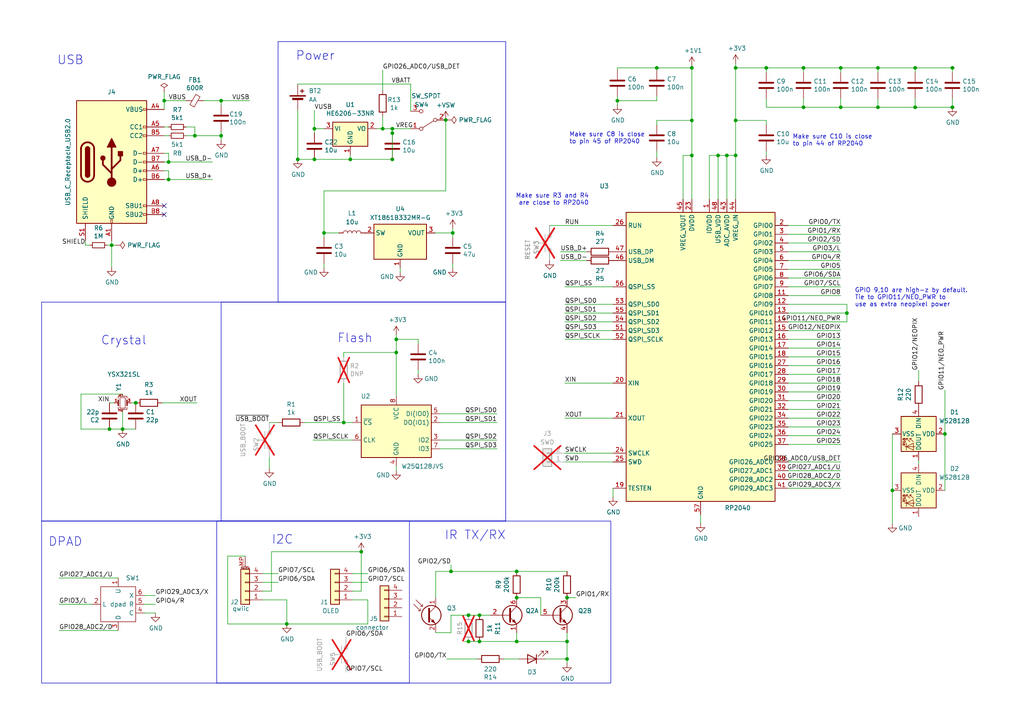
<source format=kicad_sch>
(kicad_sch (version 20231120) (generator "eeschema") (generator_version "8.0")
  (paper "A4")
  (title_block (title "OpenTaxus Badge") (date "2024-06-12") (rev "1.0") (comment 1 "Joe FitzPatrick") (comment 2 "joefitz@securinghw.com"))
  (junction (at 139.065 178.435))
  (junction (at 91.186 46.228))
  (junction (at 265.43 19.685))
  (junction (at 233.045 31.115))
  (junction (at 113.792 46.228))
  (junction (at 222.25 19.685))
  (junction (at 31.75 124.46))
  (junction (at 35.56 124.46))
  (junction (at 149.86 173.355))
  (junction (at 254.635 19.685))
  (junction (at 258.826 142.24))
  (junction (at 265.43 31.115))
  (junction (at 114.935 102.235))
  (junction (at 48.895 52.07))
  (junction (at 99.695 122.555))
  (junction (at 113.792 37.338))
  (junction (at 47.625 29.21))
  (junction (at 32.385 71.12))
  (junction (at 274.066 125.857))
  (junction (at 254.635 31.115))
  (junction (at 164.465 173.355))
  (junction (at 114.935 98.425))
  (junction (at 245.6395 90.805))
  (junction (at 93.98 67.564))
  (junction (at 190.5 19.685))
  (junction (at 64.135 39.37))
  (junction (at 130.81 165.735))
  (junction (at 276.225 19.685))
  (junction (at 200.66 19.685))
  (junction (at 149.86 165.735))
  (junction (at 131.318 67.564))
  (junction (at 213.36 45.085))
  (junction (at 243.84 31.115))
  (junction (at 83.185 180.975))
  (junction (at 233.045 19.685))
  (junction (at 39.37 116.84))
  (junction (at 213.36 34.925))
  (junction (at 208.28 45.085))
  (junction (at 104.775 160.02))
  (junction (at 213.36 19.685))
  (junction (at 179.07 29.21))
  (junction (at 56.515 39.37))
  (junction (at 164.465 186.055))
  (junction (at 91.186 37.338))
  (junction (at 86.36 46.228))
  (junction (at 101.6 46.228))
  (junction (at 129.286 34.798))
  (junction (at 200.66 45.085))
  (junction (at 200.66 34.925))
  (junction (at 135.89 178.435))
  (junction (at 139.065 186.055))
  (junction (at 276.225 31.115))
  (junction (at 48.895 46.99))
  (junction (at 164.465 191.135))
  (junction (at 149.86 186.055))
  (junction (at 113.792 38.608))
  (junction (at 64.135 29.21))
  (junction (at 243.84 19.685))
  (junction (at 210.82 45.085))
  (junction (at 110.998 37.338))
  (junction (at 135.89 186.055))
  (no_connect (at 47.625 62.23))
  (no_connect (at 47.625 59.69))
  (wire (pts (xy 233.045 28.575) (xy 233.045 31.115)))
  (wire (pts (xy 177.8 83.185) (xy 163.83 83.185)))
  (wire (pts (xy 26.035 71.12) (xy 24.765 71.12)))
  (wire (pts (xy 258.826 125.857) (xy 258.826 142.24)))
  (wire (pts (xy 32.385 71.12) (xy 32.385 77.47)))
  (wire (pts (xy 228.6 116.205) (xy 243.84 116.205)))
  (wire (pts (xy 61.595 52.07) (xy 48.895 52.07)))
  (wire (pts (xy 102.235 168.91) (xy 106.68 168.91)))
  (wire (pts (xy 48.895 44.45) (xy 48.895 46.99)))
  (wire (pts (xy 66.04 180.975) (xy 83.185 180.975)))
  (wire (pts (xy 127.635 122.555) (xy 144.145 122.555)))
  (wire (pts (xy 190.5 19.685) (xy 190.5 20.32)))
  (wire (pts (xy 265.43 19.685) (xy 276.225 19.685)))
  (wire (pts (xy 222.25 20.955) (xy 222.25 19.685)))
  (wire (pts (xy 190.5 34.925) (xy 190.5 36.195)))
  (wire (pts (xy 228.6 67.945) (xy 243.84 67.945)))
  (wire (pts (xy 228.6 136.525) (xy 243.84 136.525)))
  (wire (pts (xy 109.22 37.338) (xy 110.998 37.338)))
  (wire (pts (xy 47.625 26.67) (xy 47.625 29.21)))
  (wire (pts (xy 104.775 160.02) (xy 104.775 171.45)))
  (wire (pts (xy 126.365 165.735) (xy 126.365 173.355)))
  (wire (pts (xy 163.83 93.345) (xy 177.8 93.345)))
  (wire (pts (xy 64.135 40.64) (xy 64.135 39.37)))
  (wire (pts (xy 177.8 121.285) (xy 163.83 121.285)))
  (wire (pts (xy 91.186 37.338) (xy 93.98 37.338)))
  (wire (pts (xy 228.6 139.065) (xy 243.84 139.065)))
  (wire (pts (xy 86.36 32.004) (xy 86.36 46.228)))
  (wire (pts (xy 233.045 19.685) (xy 243.84 19.685)))
  (wire (pts (xy 276.225 31.115) (xy 276.86 31.115)))
  (wire (pts (xy 93.98 67.564) (xy 93.98 55.372)))
  (wire (pts (xy 93.98 76.454) (xy 93.98 77.724)))
  (wire (pts (xy 213.36 34.925) (xy 222.25 34.925)))
  (wire (pts (xy 110.998 37.338) (xy 113.792 37.338)))
  (wire (pts (xy 135.89 186.055) (xy 139.065 186.055)))
  (wire (pts (xy 228.6 80.645) (xy 243.84 80.645)))
  (wire (pts (xy 179.07 27.94) (xy 179.07 29.21)))
  (wire (pts (xy 205.74 45.085) (xy 208.28 45.085)))
  (wire (pts (xy 106.68 180.975) (xy 83.185 180.975)))
  (wire (pts (xy 228.6 100.965) (xy 243.84 100.965)))
  (wire (pts (xy 210.82 57.785) (xy 210.82 45.085)))
  (wire (pts (xy 47.625 39.37) (xy 48.895 39.37)))
  (wire (pts (xy 228.6 128.905) (xy 243.84 128.905)))
  (wire (pts (xy 86.106 46.228) (xy 86.36 46.228)))
  (wire (pts (xy 228.6 70.485) (xy 243.84 70.485)))
  (wire (pts (xy 228.6 90.805) (xy 245.6395 90.805)))
  (wire (pts (xy 114.935 135.255) (xy 114.935 136.525)))
  (wire (pts (xy 91.186 46.228) (xy 101.6 46.228)))
  (wire (pts (xy 32.385 71.12) (xy 33.655 71.12)))
  (wire (pts (xy 228.6 95.885) (xy 243.84 95.885)))
  (wire (pts (xy 203.2 149.225) (xy 203.2 151.765)))
  (wire (pts (xy 35.56 119.38) (xy 35.56 124.46)))
  (wire (pts (xy 101.6 46.228) (xy 113.792 46.228)))
  (wire (pts (xy 179.07 19.685) (xy 190.5 19.685)))
  (wire (pts (xy 228.6 113.665) (xy 243.84 113.665)))
  (wire (pts (xy 179.07 29.21) (xy 179.07 30.48)))
  (wire (pts (xy 254.635 19.685) (xy 265.43 19.685)))
  (wire (pts (xy 129.286 34.798) (xy 129.794 34.798)))
  (wire (pts (xy 265.43 20.955) (xy 265.43 19.685)))
  (wire (pts (xy 258.826 142.24) (xy 258.826 151.892)))
  (wire (pts (xy 276.225 20.955) (xy 276.225 19.685)))
  (wire (pts (xy 76.2 171.45) (xy 78.74 171.45)))
  (wire (pts (xy 48.895 49.53) (xy 48.895 52.07)))
  (wire (pts (xy 149.86 165.735) (xy 164.465 165.735)))
  (wire (pts (xy 213.36 45.085) (xy 213.36 57.785)))
  (wire (pts (xy 47.625 49.53) (xy 48.895 49.53)))
  (wire (pts (xy 213.36 19.685) (xy 213.36 34.925)))
  (wire (pts (xy 126.238 67.564) (xy 131.318 67.564)))
  (wire (pts (xy 110.998 20.32) (xy 110.998 26.162)))
  (wire (pts (xy 127.635 130.175) (xy 144.145 130.175)))
  (wire (pts (xy 38.1 116.84) (xy 39.37 116.84)))
  (wire (pts (xy 164.465 183.515) (xy 164.465 186.055)))
  (wire (pts (xy 163.83 88.265) (xy 177.8 88.265)))
  (wire (pts (xy 198.12 45.085) (xy 198.12 57.785)))
  (wire (pts (xy 110.998 33.782) (xy 110.998 37.338)))
  (wire (pts (xy 146.05 191.135) (xy 150.495 191.135)))
  (wire (pts (xy 265.43 28.575) (xy 265.43 31.115)))
  (wire (pts (xy 78.105 132.715) (xy 78.105 135.89)))
  (wire (pts (xy 23.495 114.3) (xy 23.495 124.46)))
  (wire (pts (xy 53.975 39.37) (xy 56.515 39.37)))
  (wire (pts (xy 139.065 178.435) (xy 142.24 178.435)))
  (wire (pts (xy 198.12 45.085) (xy 200.66 45.085)))
  (wire (pts (xy 35.56 124.46) (xy 39.37 124.46)))
  (wire (pts (xy 31.75 116.84) (xy 33.02 116.84)))
  (wire (pts (xy 91.186 32.004) (xy 91.186 37.338)))
  (wire (pts (xy 113.792 38.608) (xy 113.792 45.212)))
  (wire (pts (xy 228.6 83.185) (xy 243.84 83.185)))
  (wire (pts (xy 76.2 168.91) (xy 80.645 168.91)))
  (wire (pts (xy 64.135 29.21) (xy 64.135 30.48)))
  (wire (pts (xy 64.135 29.21) (xy 72.39 29.21)))
  (wire (pts (xy 149.86 186.055) (xy 149.86 183.515)))
  (wire (pts (xy 48.895 46.99) (xy 61.595 46.99)))
  (wire (pts (xy 131.318 66.294) (xy 131.318 67.564)))
  (wire (pts (xy 17.145 167.64) (xy 34.29 167.64)))
  (wire (pts (xy 243.84 20.955) (xy 243.84 19.685)))
  (wire (pts (xy 177.8 141.605) (xy 177.8 144.145)))
  (wire (pts (xy 113.792 38.608) (xy 113.792 37.338)))
  (wire (pts (xy 177.8 131.445) (xy 163.83 131.445)))
  (wire (pts (xy 190.5 34.925) (xy 200.66 34.925)))
  (wire (pts (xy 245.6395 88.265) (xy 245.6395 90.805)))
  (wire (pts (xy 78.74 160.02) (xy 78.74 171.45)))
  (wire (pts (xy 41.91 177.8) (xy 45.085 177.8)))
  (wire (pts (xy 121.285 107.315) (xy 121.285 108.585)))
  (wire (pts (xy 127.635 127.635) (xy 144.145 127.635)))
  (wire (pts (xy 104.775 160.02) (xy 78.74 160.02)))
  (wire (pts (xy 53.975 29.21) (xy 47.625 29.21)))
  (wire (pts (xy 91.186 37.338) (xy 91.186 38.608)))
  (wire (pts (xy 213.36 34.925) (xy 213.36 45.085)))
  (wire (pts (xy 32.385 69.85) (xy 32.385 71.12)))
  (wire (pts (xy 17.145 175.26) (xy 26.67 175.26)))
  (wire (pts (xy 228.6 98.425) (xy 243.84 98.425)))
  (wire (pts (xy 243.84 31.115) (xy 254.635 31.115)))
  (wire (pts (xy 243.84 28.575) (xy 243.84 31.115)))
  (wire (pts (xy 200.66 34.925) (xy 200.66 45.085)))
  (wire (pts (xy 190.5 43.815) (xy 190.5 45.72)))
  (wire (pts (xy 129.286 55.372) (xy 129.286 34.798)))
  (wire (pts (xy 131.318 67.564) (xy 131.318 68.834)))
  (wire (pts (xy 139.065 186.055) (xy 149.86 186.055)))
  (wire (pts (xy 228.6 108.585) (xy 243.84 108.585)))
  (wire (pts (xy 48.895 46.99) (xy 47.625 46.99)))
  (wire (pts (xy 228.6 65.405) (xy 243.84 65.405)))
  (wire (pts (xy 228.6 141.605) (xy 243.84 141.605)))
  (wire (pts (xy 127.635 120.015) (xy 144.145 120.015)))
  (wire (pts (xy 83.185 173.99) (xy 83.185 180.975)))
  (wire (pts (xy 101.6 44.958) (xy 101.6 46.228)))
  (wire (pts (xy 130.81 183.515) (xy 130.81 178.435)))
  (wire (pts (xy 102.235 166.37) (xy 106.68 166.37)))
  (wire (pts (xy 130.81 165.735) (xy 149.86 165.735)))
  (wire (pts (xy 126.365 183.515) (xy 130.81 183.515)))
  (wire (pts (xy 35.56 114.3) (xy 23.495 114.3)))
  (wire (pts (xy 149.86 173.355) (xy 156.845 173.355)))
  (wire (pts (xy 163.83 95.885) (xy 177.8 95.885)))
  (wire (pts (xy 56.515 39.37) (xy 64.135 39.37)))
  (wire (pts (xy 102.235 171.45) (xy 104.775 171.45)))
  (wire (pts (xy 200.66 45.085) (xy 200.66 57.785)))
  (wire (pts (xy 210.82 45.085) (xy 213.36 45.085)))
  (wire (pts (xy 31.75 124.46) (xy 35.56 124.46)))
  (wire (pts (xy 205.74 57.785) (xy 205.74 45.085)))
  (wire (pts (xy 116.078 77.724) (xy 116.078 78.994)))
  (wire (pts (xy 24.765 69.85) (xy 24.765 71.12)))
  (wire (pts (xy 274.066 125.857) (xy 274.066 142.24)))
  (wire (pts (xy 53.975 36.83) (xy 56.515 36.83)))
  (wire (pts (xy 17.145 182.88) (xy 34.29 182.88)))
  (wire (pts (xy 200.66 19.685) (xy 190.5 19.685)))
  (wire (pts (xy 179.07 29.21) (xy 190.5 29.21)))
  (wire (pts (xy 164.465 186.055) (xy 164.465 191.135)))
  (wire (pts (xy 80.645 122.555) (xy 78.105 122.555)))
  (wire (pts (xy 213.36 19.685) (xy 222.25 19.685)))
  (wire (pts (xy 233.045 31.115) (xy 243.84 31.115)))
  (wire (pts (xy 222.25 43.815) (xy 222.25 45.085)))
  (wire (pts (xy 164.465 173.355) (xy 167.005 173.355)))
  (wire (pts (xy 228.6 126.365) (xy 243.84 126.365)))
  (wire (pts (xy 88.265 122.555) (xy 99.695 122.555)))
  (wire (pts (xy 121.285 98.425) (xy 114.935 98.425)))
  (wire (pts (xy 228.6 103.505) (xy 243.84 103.505)))
  (wire (pts (xy 274.066 113.157) (xy 274.066 125.857)))
  (wire (pts (xy 114.935 98.425) (xy 114.935 102.235)))
  (wire (pts (xy 228.6 88.265) (xy 245.6395 88.265)))
  (wire (pts (xy 121.285 99.695) (xy 121.285 98.425)))
  (wire (pts (xy 222.25 36.195) (xy 222.25 34.925)))
  (wire (pts (xy 177.8 98.425) (xy 163.83 98.425)))
  (wire (pts (xy 106.68 173.99) (xy 106.68 180.975)))
  (wire (pts (xy 158.115 191.135) (xy 164.465 191.135)))
  (wire (pts (xy 93.98 55.372) (xy 129.286 55.372)))
  (wire (pts (xy 76.2 173.99) (xy 83.185 173.99)))
  (wire (pts (xy 47.625 44.45) (xy 48.895 44.45)))
  (wire (pts (xy 254.635 31.115) (xy 265.43 31.115)))
  (wire (pts (xy 131.318 76.454) (xy 131.318 77.724)))
  (wire (pts (xy 47.625 52.07) (xy 48.895 52.07)))
  (wire (pts (xy 90.805 127.635) (xy 102.235 127.635)))
  (wire (pts (xy 93.98 67.564) (xy 93.98 68.834)))
  (wire (pts (xy 276.225 19.685) (xy 276.86 19.685)))
  (wire (pts (xy 228.6 111.125) (xy 243.84 111.125)))
  (wire (pts (xy 265.43 31.115) (xy 276.225 31.115)))
  (wire (pts (xy 233.045 31.115) (xy 222.25 31.115)))
  (wire (pts (xy 113.792 46.228) (xy 114.046 46.228)))
  (wire (pts (xy 41.91 175.26) (xy 45.085 175.26)))
  (wire (pts (xy 66.04 161.29) (xy 66.04 180.975)))
  (wire (pts (xy 71.12 161.29) (xy 66.04 161.29)))
  (wire (pts (xy 86.36 46.228) (xy 91.186 46.228)))
  (wire (pts (xy 233.045 20.955) (xy 233.045 19.685)))
  (wire (pts (xy 99.695 103.505) (xy 99.695 102.235)))
  (wire (pts (xy 162.56 75.565) (xy 170.18 75.565)))
  (wire (pts (xy 190.5 29.21) (xy 190.5 27.94)))
  (wire (pts (xy 200.66 19.685) (xy 200.66 34.925)))
  (wire (pts (xy 113.792 37.338) (xy 119.126 37.338)))
  (wire (pts (xy 135.89 178.435) (xy 139.065 178.435)))
  (wire (pts (xy 164.465 186.055) (xy 149.86 186.055)))
  (wire (pts (xy 23.495 124.46) (xy 31.75 124.46)))
  (wire (pts (xy 266.446 107.442) (xy 266.446 110.617)))
  (wire (pts (xy 130.81 165.735) (xy 126.365 165.735)))
  (wire (pts (xy 228.6 121.285) (xy 243.84 121.285)))
  (wire (pts (xy 164.465 191.135) (xy 164.465 192.405)))
  (wire (pts (xy 222.25 19.685) (xy 233.045 19.685)))
  (wire (pts (xy 266.446 133.477) (xy 266.446 134.62)))
  (wire (pts (xy 31.115 71.12) (xy 32.385 71.12)))
  (wire (pts (xy 119.126 24.384) (xy 119.126 32.258)))
  (wire (pts (xy 76.2 166.37) (xy 80.645 166.37)))
  (wire (pts (xy 159.385 65.405) (xy 177.8 65.405)))
  (wire (pts (xy 64.135 38.1) (xy 64.135 39.37)))
  (wire (pts (xy 163.83 90.805) (xy 177.8 90.805)))
  (wire (pts (xy 228.6 78.105) (xy 243.84 78.105)))
  (wire (pts (xy 179.07 20.32) (xy 179.07 19.685)))
  (wire (pts (xy 46.99 116.84) (xy 57.15 116.84)))
  (wire (pts (xy 208.28 57.785) (xy 208.28 45.085)))
  (wire (pts (xy 59.055 29.21) (xy 64.135 29.21)))
  (wire (pts (xy 228.6 118.745) (xy 243.84 118.745)))
  (wire (pts (xy 114.935 97.155) (xy 114.935 98.425)))
  (wire (pts (xy 213.36 18.415) (xy 213.36 19.685)))
  (wire (pts (xy 228.6 73.025) (xy 243.84 73.025)))
  (wire (pts (xy 254.635 28.575) (xy 254.635 31.115)))
  (wire (pts (xy 254.635 20.955) (xy 254.635 19.685)))
  (wire (pts (xy 134.62 186.055) (xy 135.89 186.055)))
  (wire (pts (xy 114.935 102.235) (xy 114.935 114.935)))
  (wire (pts (xy 228.6 75.565) (xy 243.84 75.565)))
  (wire (pts (xy 102.235 173.99) (xy 106.68 173.99)))
  (wire (pts (xy 86.36 24.384) (xy 119.126 24.384)))
  (wire (pts (xy 99.695 102.235) (xy 114.935 102.235)))
  (wire (pts (xy 56.515 36.83) (xy 56.515 39.37)))
  (wire (pts (xy 245.6395 93.345) (xy 245.6395 90.805)))
  (wire (pts (xy 228.6 133.985) (xy 243.84 133.985)))
  (wire (pts (xy 243.84 19.685) (xy 254.635 19.685)))
  (wire (pts (xy 130.81 163.83) (xy 130.81 165.735)))
  (wire (pts (xy 200.66 19.685) (xy 200.66 19.05)))
  (wire (pts (xy 98.298 67.564) (xy 93.98 67.564)))
  (wire (pts (xy 47.625 29.21) (xy 47.625 31.75)))
  (wire (pts (xy 228.6 93.345) (xy 245.6395 93.345)))
  (wire (pts (xy 177.8 133.985) (xy 163.83 133.985)))
  (wire (pts (xy 208.28 45.085) (xy 210.82 45.085)))
  (wire (pts (xy 276.225 28.575) (xy 276.225 31.115)))
  (wire (pts (xy 228.6 85.725) (xy 243.84 85.725)))
  (wire (pts (xy 228.6 123.825) (xy 243.84 123.825)))
  (wire (pts (xy 162.56 73.025) (xy 170.18 73.025)))
  (wire (pts (xy 130.81 178.435) (xy 135.89 178.435)))
  (wire (pts (xy 228.6 106.045) (xy 243.84 106.045)))
  (wire (pts (xy 163.83 111.125) (xy 177.8 111.125)))
  (wire (pts (xy 222.25 28.575) (xy 222.25 31.115)))
  (wire (pts (xy 99.695 111.125) (xy 99.695 122.555)))
  (wire (pts (xy 156.845 173.355) (xy 156.845 178.435)))
  (wire (pts (xy 99.695 122.555) (xy 102.235 122.555)))
  (wire (pts (xy 48.895 36.83) (xy 47.625 36.83)))
  (wire (pts (xy 41.91 172.72) (xy 45.085 172.72)))
  (wire (pts (xy 129.54 191.135) (xy 138.43 191.135)))
  (rectangle (start 12.065 87.63) (end 146.685 151.13))
  (rectangle (start 12.065 151.13) (end 177.165 198.12))
  (rectangle (start 64.135 87.63) (end 146.685 151.13))
  (rectangle (start 62.865 151.13) (end 118.745 198.12))
  (rectangle (start 80.645 12.065) (end 146.685 87.63))
  (text "DPAD" (at 13.97 158.75 0) (effects (font (size 2.54 2.54)) (justify left bottom)))
  (text "Make sure C10 is close\nto pin 44 of RP2040" (at 229.87 42.545 0) (effects (font (size 1.27 1.27)) (justify left bottom)))
  (text "Make sure C8 is close \nto pin 45 of RP2040" (at 165.1 41.91 0) (effects (font (size 1.27 1.27)) (justify left bottom)))
  (text "IR TX/RX" (at 128.905 156.845 0) (effects (font (size 2.54 2.54)) (justify left bottom)))
  (text "USB" (at 16.51 19.05 0) (effects (font (size 2.54 2.54)) (justify left bottom)))
  (text "I2C" (at 78.74 158.115 0) (effects (font (size 2.54 2.54)) (justify left bottom)))
  (text "Make sure R3 and R4\nare close to RP2040" (at 170.815 59.69 0) (effects (font (size 1.27 1.27)) (justify right bottom)))
  (text "Flash" (at 97.79 99.695 0) (effects (font (size 2.54 2.54)) (justify left bottom)))
  (text "Crystal" (at 29.21 100.33 0) (effects (font (size 2.54 2.54)) (justify left bottom)))
  (text "Power" (at 85.725 17.78 0) (effects (font (size 2.54 2.54)) (justify left bottom)))
  (text "GPIO 9,10 are high-z by default. \nTie to GPIO11/NEO_PWR to \nuse as extra neopixel power" (at 247.904 89.154 0) (effects (font (size 1.27 1.27)) (justify left bottom)))
  (label "QSPI_SD3" (at 144.145 130.175 180))
  (label "RUN" (at 163.83 65.405 0))
  (label "GPIO14" (at 243.84 100.965 180))
  (label "GPIO0{slash}TX" (at 129.54 191.135 180))
  (label "QSPI_SD2" (at 163.83 93.345 0))
  (label "XOUT" (at 163.83 121.285 0))
  (label "GPIO24" (at 243.84 126.365 180))
  (label "GPIO6{slash}SDA" (at 106.68 166.37 0))
  (label "GPIO15" (at 243.84 103.505 180))
  (label "QSPI_SS" (at 163.83 83.185 0))
  (label "GPIO26_ADC0{slash}USB_DET" (at 110.998 20.32 0))
  (label "GPIO11{slash}NEO_PWR" (at 243.84 93.345 180))
  (label "GPIO29_ADC3{slash}X" (at 243.84 141.605 180))
  (label "GPIO27_ADC1{slash}U" (at 17.145 167.64 0))
  (label "~{USB_BOOT}" (at 78.105 122.555 180))
  (label "GPIO28_ADC2{slash}D" (at 243.84 139.065 180))
  (label "GPIO17" (at 243.84 108.585 180))
  (label "GPIO12{slash}NEOPIX" (at 243.84 95.885 180))
  (label "GPIO11{slash}NEO_PWR" (at 274.066 113.157 90))
  (label "GPIO23" (at 243.84 123.825 180))
  (label "GPIO16" (at 243.84 106.045 180))
  (label "SWCLK" (at 163.83 131.445 0))
  (label "USB_D-" (at 61.595 46.99 180))
  (label "XIN" (at 163.83 111.125 0))
  (label "QSPI_SD0" (at 144.145 120.015 180))
  (label "SHIELD" (at 24.765 71.12 180))
  (label "GPIO20" (at 243.84 116.205 180))
  (label "GPIO27_ADC1{slash}U" (at 243.84 136.525 180))
  (label "USB_D+" (at 162.56 73.025 0))
  (label "SWD" (at 163.83 133.985 0))
  (label "QSPI_SD1" (at 144.145 122.555 180))
  (label "QSPI_SCLK" (at 163.83 98.425 0))
  (label "GPIO7{slash}SCL" (at 100.33 194.945 0))
  (label "GPIO28_ADC2{slash}D" (at 17.145 182.88 0))
  (label "GPIO4{slash}R" (at 243.84 75.565 180))
  (label "QSPI_SD1" (at 163.83 90.805 0))
  (label "GPIO2{slash}SD" (at 243.84 70.485 180))
  (label "GPIO6{slash}SDA" (at 243.84 80.645 180))
  (label "USB_D-" (at 162.56 75.565 0))
  (label "GPIO7{slash}SCL" (at 80.645 166.37 0))
  (label "GPIO22" (at 243.84 121.285 180))
  (label "USB_D+" (at 61.595 52.07 180))
  (label "GPIO26_ADC0{slash}USB_DET" (at 243.84 133.985 180))
  (label "GPIO6{slash}SDA" (at 100.33 184.785 0))
  (label "GPIO19" (at 243.84 113.665 180))
  (label "GPIO6{slash}SDA" (at 80.645 168.91 0))
  (label "GPIO7{slash}SCL" (at 243.84 83.185 180))
  (label "GPIO18" (at 243.84 111.125 180))
  (label "VBATT" (at 113.538 24.384 0))
  (label "QSPI_SD2" (at 144.145 127.635 180))
  (label "GPIO1{slash}RX" (at 167.005 173.355 0))
  (label "GPIO0{slash}TX" (at 243.84 65.405 180))
  (label "QSPI_SD0" (at 163.83 88.265 0))
  (label "GPIO29_ADC3{slash}X" (at 45.085 172.72 0))
  (label "XIN" (at 31.75 116.84 180))
  (label "QSPI_SS" (at 90.805 122.555 0))
  (label "GPIO3{slash}L" (at 17.145 175.26 0))
  (label "GPIO4{slash}R" (at 45.085 175.26 0))
  (label "GPIO5" (at 243.84 78.105 180))
  (label "GPIO2{slash}SD" (at 130.81 163.83 180))
  (label "GPIO25" (at 243.84 128.905 180))
  (label "GPIO7{slash}SCL" (at 106.68 168.91 0))
  (label "VREG" (at 114.808 37.338 0))
  (label "GPIO21" (at 243.84 118.745 180))
  (label "QSPI_SD3" (at 163.83 95.885 0))
  (label "QSPI_SCLK" (at 90.805 127.635 0))
  (label "VUSB" (at 72.39 29.21 180))
  (label "GPIO3{slash}L" (at 243.84 73.025 180))
  (label "GPIO1{slash}RX" (at 243.84 67.945 180))
  (label "GPIO12{slash}NEOPIX" (at 266.446 107.442 90))
  (label "GPIO13" (at 243.84 98.425 180))
  (label "XOUT" (at 57.15 116.84 180))
  (label "VBUS" (at 53.975 29.21 180))
  (label "GPIO8" (at 243.84 85.725 180))
  (label "VUSB" (at 91.186 32.004 0))
  (symbol (lib_id "power:GND") (at 93.98 77.724 0) (unit 1)
    (property "Reference" "#PWR05" (effects (hide yes)))
    (property "Value" "GND" (at 90.17 78.994 0))
  )
  (symbol (lib_id "power:GND") (at 64.135 40.64 0) (unit 1)
    (property "Reference" "#PWR022" (effects (hide yes)))
    (property "Value" "GND" (at 64.262 45.0342 0))
  )
  (symbol (lib_id "power:GND") (at 83.185 180.975 0) (unit 1)
    (property "Reference" "#PWR032" (effects (hide yes)))
    (property "Value" "GND" (at 83.312 185.3692 0))
  )
  (symbol (lib_id "power:GND") (at 164.465 192.405 0) (unit 1)
    (property "Reference" "#PWR024" (effects (hide yes)))
    (property "Value" "GND" (at 164.592 196.7992 0))
  )
  (symbol (lib_id "power:GND") (at 222.25 45.085 0) (unit 1)
    (property "Reference" "#PWR018" (effects (hide yes)))
    (property "Value" "GND" (at 222.377 49.4792 0))
  )
  (symbol (lib_id "Sensor_Optical:SFH320") (at 123.825 178.435 0) (unit 1)
    (property "Reference" "Q3" (at 129.54 176.4157 0) (effects (justify left)))
    (property "Value" "PT12-21B/TR8" (effects (hide yes)))
    (property "Footprint" "ir:PT12-21B-TR8" (effects (hide yes)))
    (property "Datasheet" "https://datasheet.lcsc.com/lcsc/1811072201_Everlight-Elec-PT12-21B-TR8_C264383.pdf" (effects (hide yes)))
    (property "LCSC" "C264383" (effects (hide yes)))
    (property "P/N" "PT12-21B/TR8" (effects (hide yes)))
    (property "mfg" "Everlight" (effects (hide yes)))
  )
  (symbol (lib_id "Switch:SW_Push") (at 159.385 70.485 90) (mirror x) (unit 1) (dnp yes)
    (property "Reference" "SW3" (at 155.575 71.755 0))
    (property "Value" "RESET" (at 153.035 72.39 0))
    (property "Footprint" "Jumper:SolderJumper-2_P1.3mm_Open_RoundedPad1.0x1.5mm" (effects (hide yes)))
    (property "LCSC" "DNP" (effects (hide yes)))
  )
  (symbol (lib_id "power:GND") (at 114.935 136.525 0) (unit 1)
    (property "Reference" "#PWR08" (effects (hide yes)))
    (property "Value" "GND" (at 111.125 137.795 0))
  )
  (symbol (lib_id "power:+VSW") (at 129.286 34.798 0) (unit 1)
    (property "Reference" "#PWR025" (effects (hide yes)))
    (property "Value" "+VSW" (at 129.286 30.48 0))
  )
  (symbol (lib_id "Device:R") (at 149.86 169.545 0) (unit 1)
    (property "Reference" "R9" (at 144.6022 169.545 90))
    (property "Value" "200k" (at 146.9136 169.545 90))
    (property "Footprint" "Resistor_SMD:R_0402_1005Metric" (effects (hide yes)))
    (property "LCSC" "C25764" (effects (hide yes)))
    (property "P/N" "0402WGF2003TCE" (effects (hide yes)))
    (property "Price" "$0.00" (effects (hide yes)))
    (property "mfg" "UNI-ROYAL" (effects (hide yes)))
  )
  (symbol (lib_id "Device:C") (at 265.43 24.765 0) (unit 1)
    (property "Reference" "C14" (at 268.351 23.5966 0) (effects (justify left)))
    (property "Value" "100n" (at 268.351 25.908 0) (effects (justify left)))
    (property "Footprint" "Capacitor_SMD:C_0402_1005Metric" (effects (hide yes)))
    (property "LCSC" "C100072" (effects (hide yes)))
    (property "P/N" "CL05A104KA5NNNC" (effects (hide yes)))
    (property "Price" "$0.00" (effects (hide yes)))
    (property "mfg" "Samsung" (effects (hide yes)))
  )
  (symbol (lib_id "RP2040_minimal-rescue:W25Q128JVS-Memory_Flash") (at 114.935 125.095 0) (unit 1)
    (property "Reference" "U2" (at 106.045 114.935 0))
    (property "Value" "W25Q128JVS" (at 122.555 135.255 0))
    (property "Footprint" "Package_SO:SOIC-8_5.23x5.23mm_P1.27mm" (effects (hide yes)))
    (property "Datasheet" "http://www.winbond.com/resource-files/w25q128jv_dtr%20revc%2003272018%20plus.pdf" (effects (hide yes)))
    (property "LCSC" "C97521" (effects (hide yes)))
    (property "P/N" "W25Q128JVSIQ" (effects (hide yes)))
    (property "Price" "$0.41" (effects (hide yes)))
    (property "JLCPCB Rotation Offset" "-90" (effects (hide yes)))
    (property "mfg" "Winbond" (effects (hide yes)))
  )
  (symbol (lib_id "Device:R_Small") (at 51.435 39.37 90) (mirror x) (unit 1)
    (property "Reference" "R8" (at 51.435 44.45 90))
    (property "Value" "5k1" (at 51.435 41.91 90))
    (property "Footprint" "Resistor_SMD:R_0402_1005Metric" (effects (hide yes)))
    (property "P/N" "0402WGJ0512TCE" (effects (hide yes)))
    (property "LCSC" "C25941" (effects (hide yes)))
    (property "Price" "$0.00" (effects (hide yes)))
    (property "mfg" "UNI-ROYAL" (effects (hide yes)))
  )
  (symbol (lib_id "power:GND") (at 45.085 177.8 0) (unit 1)
    (property "Reference" "#PWR01" (effects (hide yes)))
    (property "Value" "GND" (at 45.212 182.1942 0))
  )
  (symbol (lib_id "power:GND") (at 177.8 144.145 0) (unit 1)
    (property "Reference" "#PWR015" (effects (hide yes)))
    (property "Value" "GND" (at 177.927 148.5392 0))
  )
  (symbol (lib_id "Device:R") (at 139.065 182.245 180) (unit 1)
    (property "Reference" "R11" (at 144.3228 182.245 90))
    (property "Value" "1k" (at 142.0114 182.245 90))
    (property "Footprint" "Resistor_SMD:R_0402_1005Metric" (effects (hide yes)))
    (property "LCSC" "C11702" (effects (hide yes)))
    (property "P/N" "0402WGF1001TCE" (effects (hide yes)))
    (property "Price" "$0.00" (effects (hide yes)))
    (property "mfg" "UNI-ROYAL" (effects (hide yes)))
  )
  (symbol (lib_id "power:GND") (at 121.285 108.585 0) (unit 1)
    (property "Reference" "#PWR09" (effects (hide yes)))
    (property "Value" "GND" (at 125.095 109.855 0))
  )
  (symbol (lib_id "Connector_Generic:Conn_01x04") (at 111.506 176.276 180) (unit 1) (on_board no)
    (property "Reference" "J5" (at 109.601 179.451 0) (effects (justify left)))
    (property "Value" "connector" (at 112.776 181.991 0) (effects (justify left)))
    (property "Footprint" "Connector_PinHeader_2.54mm:PinHeader_1x04_P2.54mm_Vertical" (effects (hide yes)))
    (property "Datasheet" "https://datasheet.lcsc.com/lcsc/2110210930_Ckmtw-Shenzhen-Cankemeng-B-2100S04P-C000_C2902691.pdf" (effects (hide yes)))
    (property "LCSC" "C2902691" (effects (hide yes)))
    (property "Price" "$3.00" (effects (hide yes)))
    (property "mfg" "Ckmtw" (effects (hide yes)))
    (property "P/N" "B-2100S04P-C000" (effects (hide yes)))
  )
  (symbol (lib_id "power:GND") (at 203.2 151.765 0) (unit 1)
    (property "Reference" "#PWR016" (effects (hide yes)))
    (property "Value" "GND" (at 203.327 156.1592 0))
  )
  (symbol (lib_id "Connector:USB_C_Receptacle_USB2.0") (at 32.385 46.99 0) (unit 1)
    (property "Reference" "J4" (at 32.385 26.67 0))
    (property "Value" "USB_C_Receptacle_USB2.0" (at 19.685 46.99 90))
    (property "Footprint" "usbc:USB_C_Receptacle_HRO_TYPE-C-31-M-12" (effects (hide yes)))
    (property "Datasheet" "https://datasheet.lcsc.com/lcsc/2201121330_DEALON-USB-TYPE-C-018_C2927038.pdf" (effects (hide yes)))
    (property "P/N" " USB-TYPE-C-018" (effects (hide yes)))
    (property "LCSC" "C2927038" (effects (hide yes)))
    (property "Price" "$0.20" (effects (hide yes)))
    (property "JLCPCB Position Offset" "0,1.27" (effects (hide yes)))
    (property "mfg" "DEALON" (effects (hide yes)))
  )
  (symbol (lib_id "Device:L") (at 102.108 67.564 90) (unit 1)
    (property "Reference" "L1" (at 102.108 61.849 90))
    (property "Value" "10u" (at 102.108 64.389 90))
    (property "Footprint" "Inductor_SMD:L_1008_2520Metric" (effects (hide yes)))
    (property "Datasheet" "https://datasheet.lcsc.com/lcsc/2304140030_cjiang--Changjiang-Microelectronics-Tech-FHD252012S-100MT_C602018.pdf" (effects (hide yes)))
    (property "LCSC" "C602018" (effects (hide yes)))
    (property "P/N" "FHD252012S-100MT" (effects (hide yes)))
    (property "Price" "$0.0297" (effects (hide yes)))
    (property "mfg" "cjiang" (effects (hide yes)))
  )
  (symbol (lib_id "power:+3V3") (at 104.775 160.02 0) (unit 1)
    (property "Reference" "#PWR026" (effects (hide yes)))
    (property "Value" "+3V3" (at 105.156 155.6258 0))
  )
  (symbol (lib_id "power:GND") (at 35.56 124.46 0) (unit 1)
    (property "Reference" "#PWR03" (effects (hide yes)))
    (property "Value" "GND" (at 35.687 128.8542 0))
  )
  (symbol (lib_id "power:GND") (at 116.078 78.994 0) (unit 1)
    (property "Reference" "#PWR06" (effects (hide yes)))
    (property "Value" "GND" (at 112.268 80.264 0))
  )
  (symbol (lib_id "Switch:SW_SPDT") (at 124.206 34.798 180) (unit 1)
    (property "Reference" "SW4" (at 122.301 30.353 0))
    (property "Value" "SW_SPDT" (at 123.571 27.813 0))
    (property "Footprint" "Button_Switch_SMD:SW_SPDT_PCM12" (effects (hide yes)))
    (property "Datasheet" "https://datasheet.lcsc.com/lcsc/2110151630_XKB-Connection-SK-3296S-01-L1_C319020.pdf" (effects (hide yes)))
    (property "LCSC" "C319020" (effects (hide yes)))
    (property "P/N" "SK-3296S-01-L1 " (effects (hide yes)))
    (property "mfg" "XKB" (effects (hide yes)))
  )
  (symbol (lib_id "power:PWR_FLAG") (at 47.625 26.67 0) (unit 1)
    (property "Reference" "#FLG02" (effects (hide yes)))
    (property "Value" "PWR_FLAG" (at 47.625 22.2758 0))
  )
  (symbol (lib_id "Device:R") (at 173.99 75.565 90) (unit 1)
    (property "Reference" "R5" (at 173.99 80.8228 90))
    (property "Value" "27" (at 173.99 78.5114 90))
    (property "Footprint" "Resistor_SMD:R_0402_1005Metric" (effects (hide yes)))
    (property "LCSC" "C25100" (effects (hide yes)))
    (property "P/N" "0402WGF270JTCE" (effects (hide yes)))
    (property "Price" "$0.00" (effects (hide yes)))
    (property "mfg" "UNI-ROYAL" (effects (hide yes)))
  )
  (symbol (lib_id "Device:R") (at 99.695 107.315 0) (unit 1) (dnp yes)
    (property "Reference" "R2" (at 101.473 106.1466 0) (effects (justify left)))
    (property "Value" "DNP" (at 101.473 108.458 0) (effects (justify left)))
    (property "Footprint" "Resistor_SMD:R_0402_1005Metric" (effects (hide yes)))
    (property "LCSC" "DNP" (effects (hide yes)))
  )
  (symbol (lib_id "power:PWR_FLAG") (at 129.794 34.798 270) (unit 1)
    (property "Reference" "#FLG03" (effects (hide yes)))
    (property "Value" "PWR_FLAG" (at 133.0452 34.798 90) (effects (justify left)))
  )
  (symbol (lib_id "Switch:SW_Push") (at 78.105 127.635 90) (mirror x) (unit 1) (dnp yes)
    (property "Reference" "SW2" (at 74.295 128.905 0))
    (property "Value" "USB_BOOT" (at 70.485 127.635 0))
    (property "Footprint" "Jumper:SolderJumper-2_P1.3mm_Open_RoundedPad1.0x1.5mm" (effects (hide yes)))
    (property "LCSC" "DNP" (effects (hide yes)))
  )
  (symbol (lib_id "dpad:5way-dpad") (at 34.29 175.26 0) (unit 1)
    (property "Reference" "SW1" (at 36.4841 167.64 0) (effects (justify left)))
    (property "Value" "dpad" (at 34.29 175.26 0))
    (property "Footprint" "dpad:10x10x10x9-6P-WX" (effects (hide yes)))
    (property "LCSC" "C2858290" (effects (hide yes)))
    (property "P/N" "10*10*10*9-6P WX" (effects (hide yes)))
    (property "Price" "$0.21" (effects (hide yes)))
    (property "mfg" "SHOU HAN" (effects (hide yes)))
  )
  (symbol (lib_id "Device:C") (at 179.07 24.13 0) (unit 1)
    (property "Reference" "C6" (at 181.991 22.9616 0) (effects (justify left)))
    (property "Value" "100n" (at 181.991 25.273 0) (effects (justify left)))
    (property "Footprint" "Capacitor_SMD:C_0402_1005Metric" (effects (hide yes)))
    (property "LCSC" "C100072" (effects (hide yes)))
    (property "P/N" "CL05A104KA5NNNC" (effects (hide yes)))
    (property "Price" "$0.00" (effects (hide yes)))
    (property "mfg" "Samsung" (effects (hide yes)))
  )
  (symbol (lib_id "power:GND") (at 258.826 151.892 0) (mirror y) (unit 1)
    (property "Reference" "#PWR023" (effects (hide yes)))
    (property "Value" "GND" (at 262.636 153.162 0))
  )
  (symbol (lib_id "ws2018b:WS2812B_1x1") (at 266.446 142.24 270) (unit 1)
    (property "Reference" "D2" (at 276.86 135.9214 90))
    (property "Value" "WS2812B" (at 276.86 138.4614 90))
    (property "Footprint" "ws2812b:LED_WS2812B_PLCC4_1.0x1.0mm" (effects (hide yes)))
    (property "Datasheet" "https://datasheet.lcsc.com/lcsc/2402181502_XINGLIGHT-XL-1010RGBC-WS2812B_C5349953.pdf" (effects (hide yes)))
    (property "Description" "RGB LED with integrated controller" (effects (hide yes)))
    (property "LCSC" "C5349953" (effects (hide yes)))
    (property "P/N" "XL-1010RGBC-WS2812B" (effects (hide yes)))
    (property "JLCPCB Rotation Offset" "90" (effects (hide yes)))
    (property "mfg" "XINGLIGHT" (effects (hide yes)))
  )
  (symbol (lib_id "power:GND") (at 159.385 75.565 0) (unit 1)
    (property "Reference" "#PWR013" (effects (hide yes)))
    (property "Value" "GND" (at 159.512 79.9592 0))
  )
  (symbol (lib_id "Device:C") (at 222.25 24.765 0) (unit 1)
    (property "Reference" "C9" (at 225.171 23.5966 0) (effects (justify left)))
    (property "Value" "100n" (at 225.171 25.908 0) (effects (justify left)))
    (property "Footprint" "Capacitor_SMD:C_0402_1005Metric" (effects (hide yes)))
    (property "LCSC" "C100072" (effects (hide yes)))
    (property "P/N" "CL05A104KA5NNNC" (effects (hide yes)))
    (property "Price" "$0.00" (effects (hide yes)))
    (property "mfg" "Samsung" (effects (hide yes)))
  )
  (symbol (lib_id "power:GND") (at 276.225 31.115 0) (unit 1)
    (property "Reference" "#PWR019" (effects (hide yes)))
    (property "Value" "GND" (at 276.352 35.5092 0))
  )
  (symbol (lib_id "power:GND") (at 131.318 77.724 0) (unit 1)
    (property "Reference" "#PWR011" (effects (hide yes)))
    (property "Value" "GND" (at 127.508 78.994 0))
  )
  (symbol (lib_id "Regulator_Switching:TPS61322DBZ") (at 116.078 70.104 0) (unit 1)
    (property "Reference" "U4" (at 116.078 60.579 0))
    (property "Value" "XT1861B332MR-G" (at 116.078 63.119 0))
    (property "Footprint" "Package_TO_SOT_SMD:SOT-23" (effects (hide yes)))
    (property "Datasheet" "https://datasheet.lcsc.com/lcsc/1809140225_NATLINEAR-XT1861B332MR-G_C236396.pdf" (effects (hide yes)))
    (property "LCSC" "C236396" (effects (hide yes)))
    (property "P/N" "XT1861B332MR-G" (effects (hide yes)))
    (property "Price" "$0.22" (effects (hide yes)))
    (property "JLCPCB Rotation Offset" "180" (effects (hide yes)))
    (property "mfg" "NATLINEAR" (effects (hide yes)))
  )
  (symbol (lib_id "Device:C") (at 243.84 24.765 0) (unit 1)
    (property "Reference" "C12" (at 246.761 23.5966 0) (effects (justify left)))
    (property "Value" "100n" (at 246.761 25.908 0) (effects (justify left)))
    (property "Footprint" "Capacitor_SMD:C_0402_1005Metric" (effects (hide yes)))
    (property "LCSC" "C100072" (effects (hide yes)))
    (property "P/N" "CL05A104KA5NNNC" (effects (hide yes)))
    (property "Price" "$0.00" (effects (hide yes)))
    (property "mfg" "Samsung" (effects (hide yes)))
  )
  (symbol (lib_id "Device:C") (at 121.285 103.505 0) (unit 1)
    (property "Reference" "C4" (at 124.206 102.3366 0) (effects (justify left)))
    (property "Value" "100n" (at 124.206 104.648 0) (effects (justify left)))
    (property "Footprint" "Capacitor_SMD:C_0402_1005Metric" (effects (hide yes)))
    (property "LCSC" "C100072" (effects (hide yes)))
    (property "P/N" "CL05A104KA5NNNC" (effects (hide yes)))
    (property "Price" "$0.00" (effects (hide yes)))
    (property "mfg" "Samsung" (effects (hide yes)))
  )
  (symbol (lib_id "power:GND") (at 86.36 46.228 0) (unit 1)
    (property "Reference" "#PWR04" (effects (hide yes)))
    (property "Value" "GND" (at 86.487 50.6222 0))
  )
  (symbol (lib_id "Device:R") (at 135.89 182.245 180) (unit 1) (dnp yes)
    (property "Reference" "R15" (at 133.35 182.245 90))
    (property "Value" "DNP" (effects (hide yes)))
    (property "Footprint" "Resistor_SMD:R_0402_1005Metric" (effects (hide yes)))
    (property "LCSC" "DNP" (effects (hide yes)))
    (property "Price" "$0.00" (effects (hide yes)))
  )
  (symbol (lib_id "Device:R") (at 142.24 191.135 90) (unit 1)
    (property "Reference" "R14" (at 142.24 196.3928 90))
    (property "Value" "220" (at 142.24 194.0814 90))
    (property "Footprint" "Resistor_SMD:R_0402_1005Metric" (effects (hide yes)))
    (property "LCSC" "C25091" (effects (hide yes)))
    (property "P/N" "0402WGF2200TCE" (effects (hide yes)))
    (property "Price" "$0.00" (effects (hide yes)))
    (property "mfg" "UNI-ROYAL" (effects (hide yes)))
  )
  (symbol (lib_id "Connector_Generic_MountingPin:Conn_01x04_MountingPin") (at 71.12 171.45 180) (unit 1)
    (property "Reference" "J2" (at 69.215 174.625 0) (effects (justify left)))
    (property "Value" "qwiic" (at 72.39 176.53 0) (effects (justify left)))
    (property "Footprint" "Connector_JST:JST_SH_SM04B-SRSS-TB_1x04-1MP_P1.00mm_Horizontal" (effects (hide yes)))
    (property "Datasheet" "https://datasheet.lcsc.com/lcsc/2306261509_Hong-Cheng-HCZZ0032-4_C7433425.pdf" (effects (hide yes)))
    (property "P/N" "HCZZ0032-4" (effects (hide yes)))
    (property "LCSC" "C7433425" (effects (hide yes)))
    (property "Price" "$0.13" (effects (hide yes)))
    (property "mfg" "Hong Cheng" (effects (hide yes)))
  )
  (symbol (lib_id "Device:Crystal_GND24_Small") (at 35.56 116.84 0) (unit 1)
    (property "Reference" "Y1" (at 34.3916 113.5126 90) (effects (justify left)))
    (property "Value" "YSX321SL" (at 31.115 108.585 0) (effects (justify left)))
    (property "Footprint" "Crystal:Crystal_SMD_3225-4Pin_3.2x2.5mm" (effects (hide yes)))
    (property "Datasheet" "https://datasheet.lcsc.com/lcsc/2304140030_YXC-X322512MSB4SI_C9002.pdf" (effects (hide yes)))
    (property "LCSC" "C9002" (effects (hide yes)))
    (property "P/N" "X322512MSB4SI" (effects (hide yes)))
    (property "Price" "$0.06" (effects (hide yes)))
    (property "mfg" "YXC" (effects (hide yes)))
  )
  (symbol (lib_id "tigard-rescue:Ferrite_Bead_Small-Device") (at 56.515 29.21 270) (unit 1)
    (property "Reference" "FB1" (at 56.515 23.1902 90))
    (property "Value" "600R" (at 56.515 25.5016 90))
    (property "Footprint" "Inductor_SMD:L_0402_1005Metric" (effects (hide yes)))
    (property "Datasheet" "https://datasheet.lcsc.com/lcsc/2304140030_Murata-Electronics-BLM15AX601SN1D_C76886.pdf" (effects (hide yes)))
    (property "P/N" "BLM15AX601SN1D" (effects (hide yes)))
    (property "LCSC" "C76886" (effects (hide yes)))
    (property "mfg" "Murata" (effects (hide yes)))
  )
  (symbol (lib_id "Device:C") (at 222.25 40.005 0) (unit 1)
    (property "Reference" "C10" (at 225.171 38.8366 0) (effects (justify left)))
    (property "Value" "10u" (at 225.171 41.148 0) (effects (justify left)))
    (property "Footprint" "Capacitor_SMD:C_0402_1005Metric" (effects (hide yes)))
    (property "LCSC" "C15525" (effects (hide yes)))
    (property "P/N" "CL05A106MQ5NUNC" (effects (hide yes)))
    (property "Price" "$0.00" (effects (hide yes)))
    (property "mfg" "Samsung" (effects (hide yes)))
  )
  (symbol (lib_id "ir:IR26-21C_L110_TR8") (at 154.305 191.135 180) (unit 1)
    (property "Reference" "D3" (at 154.305 194.945 0))
    (property "Value" "IR12-21C/TR8" (effects (hide yes)))
    (property "Footprint" "ir:IR12-21C-TR8" (effects (hide yes)))
    (property "Datasheet" "https://datasheet.lcsc.com/lcsc/1809192013_Everlight-Elec-IR12-21C-TR8_C53672.pdf" (effects (hide yes)))
    (property "LCSC" "C53672" (effects (hide yes)))
    (property "P/N" "IR12-21C/TR8" (effects (hide yes)))
    (property "mfg" "Everlight" (effects (hide yes)))
  )
  (symbol (lib_id "Transistor_BJT:BC847BS") (at 161.925 178.435 0) (unit 2)
    (property "Reference" "Q2" (at 167.64 177.165 0) (effects (justify left)))
    (property "Value" "BC847BS" (effects (hide yes)))
    (property "Footprint" "Package_TO_SOT_SMD:SOT-363_SC-70-6" (effects (hide yes)))
    (property "Datasheet" "https://datasheet.lcsc.com/lcsc/2303231200_FUXINSEMI-BC847BS_C5380687.pdf" (effects (hide yes)))
    (property "LCSC" "C5380687" (effects (hide yes)))
    (property "P/N" "BC847BS" (effects (hide yes)))
    (property "mfg" "FUXINSEMI" (effects (hide yes)))
  )
  (symbol (lib_id "power:GND") (at 190.5 45.72 0) (unit 1)
    (property "Reference" "#PWR021" (effects (hide yes)))
    (property "Value" "GND" (at 190.627 50.1142 0))
  )
  (symbol (lib_id "Device:C") (at 276.225 24.765 0) (unit 1)
    (property "Reference" "C15" (at 279.146 23.5966 0) (effects (justify left)))
    (property "Value" "100n" (at 279.146 25.908 0) (effects (justify left)))
    (property "Footprint" "Capacitor_SMD:C_0402_1005Metric" (effects (hide yes)))
    (property "LCSC" "C100072" (effects (hide yes)))
    (property "P/N" "CL05A104KA5NNNC" (effects (hide yes)))
    (property "Price" "$0.00" (effects (hide yes)))
    (property "mfg" "Samsung" (effects (hide yes)))
  )
  (symbol (lib_id "power:+3V3") (at 114.935 97.155 0) (unit 1)
    (property "Reference" "#PWR07" (effects (hide yes)))
    (property "Value" "+3V3" (at 115.316 92.7608 0))
  )
  (symbol (lib_id "Device:R") (at 164.465 169.545 0) (unit 1)
    (property "Reference" "R10" (at 159.2072 169.545 90))
    (property "Value" "200k" (at 161.5186 169.545 90))
    (property "Footprint" "Resistor_SMD:R_0402_1005Metric" (effects (hide yes)))
    (property "LCSC" "C25764" (effects (hide yes)))
    (property "P/N" "0402WGF2003TCE" (effects (hide yes)))
    (property "Price" "$0.00" (effects (hide yes)))
    (property "mfg" "UNI-ROYAL" (effects (hide yes)))
  )
  (symbol (lib_id "power:GND") (at 78.105 135.89 0) (unit 1)
    (property "Reference" "#PWR02" (effects (hide yes)))
    (property "Value" "GND" (at 78.232 140.2842 0))
  )
  (symbol (lib_id "Device:C") (at 64.135 34.29 0) (unit 1)
    (property "Reference" "C19" (at 66.4718 33.1216 0) (effects (justify left)))
    (property "Value" "100n" (at 66.4718 35.433 0) (effects (justify left)))
    (property "Footprint" "Capacitor_SMD:C_0402_1005Metric" (effects (hide yes)))
    (property "P/N" "CL05A104KA5NNNC" (effects (hide yes)))
    (property "LCSC" "C100072" (effects (hide yes)))
    (property "Price" "$0.00" (effects (hide yes)))
    (property "mfg" "Samsung" (effects (hide yes)))
  )
  (symbol (lib_id "Device:C") (at 113.792 42.418 0) (unit 1)
    (property "Reference" "C16" (at 116.713 41.2496 0) (effects (justify left)))
    (property "Value" "10u" (at 116.713 43.561 0) (effects (justify left)))
    (property "Footprint" "Capacitor_SMD:C_0402_1005Metric" (effects (hide yes)))
    (property "LCSC" "C15525" (effects (hide yes)))
    (property "P/N" "CL05A106MQ5NUNC" (effects (hide yes)))
    (property "Price" "$0.00" (effects (hide yes)))
    (property "mfg" "Samsung" (effects (hide yes)))
  )
  (symbol (lib_id "power:+1V1") (at 200.66 19.05 0) (unit 1)
    (property "Reference" "#PWR014" (effects (hide yes)))
    (property "Value" "+1V1" (at 201.041 14.6558 0))
  )
  (symbol (lib_id "Device:R_Small") (at 51.435 36.83 270) (unit 1)
    (property "Reference" "R7" (at 51.435 31.8516 90))
    (property "Value" "5k1" (at 51.435 34.163 90))
    (property "Footprint" "Resistor_SMD:R_0402_1005Metric" (effects (hide yes)))
    (property "P/N" "0402WGJ0512TCE" (effects (hide yes)))
    (property "LCSC" "C25941" (effects (hide yes)))
    (property "Price" "$0.00" (effects (hide yes)))
    (property "mfg" "UNI-ROYAL" (effects (hide yes)))
  )
  (symbol (lib_id "Device:R") (at 266.446 114.427 0) (unit 1)
    (property "Reference" "R12" (at 261.1882 114.427 90))
    (property "Value" "220" (at 263.4996 114.427 90))
    (property "Footprint" "Resistor_SMD:R_0402_1005Metric" (effects (hide yes)))
    (property "LCSC" "C25091" (effects (hide yes)))
    (property "P/N" "0402WGF2200TCE" (effects (hide yes)))
    (property "Price" "$0.00" (effects (hide yes)))
    (property "mfg" "UNI-ROYAL" (effects (hide yes)))
  )
  (symbol (lib_id "power:GND") (at 179.07 30.48 0) (unit 1)
    (property "Reference" "#PWR012" (effects (hide yes)))
    (property "Value" "GND" (at 179.197 34.8742 0))
  )
  (symbol (lib_id "power:PWR_FLAG") (at 33.655 71.12 270) (unit 1)
    (property "Reference" "#FLG01" (effects (hide yes)))
    (property "Value" "PWR_FLAG" (at 36.9062 71.12 90) (effects (justify left)))
  )
  (symbol (lib_id "Device:C") (at 93.98 72.644 0) (unit 1)
    (property "Reference" "C3" (at 96.901 71.4756 0) (effects (justify left)))
    (property "Value" "10u" (at 96.901 73.787 0) (effects (justify left)))
    (property "Footprint" "Capacitor_SMD:C_0402_1005Metric" (effects (hide yes)))
    (property "LCSC" "C15525" (effects (hide yes)))
    (property "P/N" "CL05A106MQ5NUNC" (effects (hide yes)))
    (property "Price" "$0.00" (effects (hide yes)))
    (property "mfg" "Samsung" (effects (hide yes)))
  )
  (symbol (lib_id "Transistor_BJT:BC847BS") (at 147.32 178.435 0) (unit 1)
    (property "Reference" "Q2" (at 152.4 177.165 0) (effects (justify left)))
    (property "Value" "BC847BS" (effects (hide yes)))
    (property "Footprint" "Package_TO_SOT_SMD:SOT-363_SC-70-6" (effects (hide yes)))
    (property "Datasheet" "https://datasheet.lcsc.com/lcsc/2303231200_FUXINSEMI-BC847BS_C5380687.pdf" (effects (hide yes)))
    (property "LCSC" "C5380687" (effects (hide yes)))
    (property "P/N" "BC847BS" (effects (hide yes)))
    (property "mfg" "FUXINSEMI" (effects (hide yes)))
  )
  (symbol (lib_id "MCU_RaspberryPi:RP2040") (at 203.2 103.505 0) (unit 1)
    (property "Reference" "U3" (at 175.26 53.975 0))
    (property "Value" "RP2040" (at 213.995 147.32 0))
    (property "Footprint" "Package_DFN_QFN:QFN-56-1EP_7x7mm_P0.4mm_EP3.2x3.2mm" (effects (hide yes)))
    (property "Datasheet" "https://datasheets.raspberrypi.com/rp2040/rp2040-datasheet.pdf" (effects (hide yes)))
    (property "LCSC" "C2040" (effects (hide yes)))
    (property "P/N" "RP2040" (effects (hide yes)))
    (property "Price" "$0.74" (effects (hide yes)))
    (property "mfg" "Raspberry Pi" (effects (hide yes)))
  )
  (symbol (lib_id "Device:C") (at 190.5 24.13 0) (unit 1)
    (property "Reference" "C7" (at 193.421 22.9616 0) (effects (justify left)))
    (property "Value" "100n" (at 193.421 25.273 0) (effects (justify left)))
    (property "Footprint" "Capacitor_SMD:C_0402_1005Metric" (effects (hide yes)))
    (property "LCSC" "C100072" (effects (hide yes)))
    (property "P/N" "CL05A104KA5NNNC" (effects (hide yes)))
    (property "Price" "$0.00" (effects (hide yes)))
    (property "mfg" "Samsung" (effects (hide yes)))
  )
  (symbol (lib_id "Device:C") (at 254.635 24.765 0) (unit 1)
    (property "Reference" "C13" (at 257.556 23.5966 0) (effects (justify left)))
    (property "Value" "100n" (at 257.556 25.908 0) (effects (justify left)))
    (property "Footprint" "Capacitor_SMD:C_0402_1005Metric" (effects (hide yes)))
    (property "LCSC" "C100072" (effects (hide yes)))
    (property "P/N" "CL05A104KA5NNNC" (effects (hide yes)))
    (property "Price" "$0.00" (effects (hide yes)))
    (property "mfg" "Samsung" (effects (hide yes)))
  )
  (symbol (lib_id "Device:C") (at 190.5 40.005 0) (unit 1)
    (property "Reference" "C8" (at 193.421 38.8366 0) (effects (justify left)))
    (property "Value" "10u" (at 193.421 41.148 0) (effects (justify left)))
    (property "Footprint" "Capacitor_SMD:C_0402_1005Metric" (effects (hide yes)))
    (property "LCSC" "C15525" (effects (hide yes)))
    (property "P/N" "CL05A106MQ5NUNC" (effects (hide yes)))
    (property "Price" "$0.00" (effects (hide yes)))
    (property "mfg" "Samsung" (effects (hide yes)))
  )
  (symbol (lib_id "Device:C") (at 233.045 24.765 0) (unit 1)
    (property "Reference" "C11" (at 235.966 23.5966 0) (effects (justify left)))
    (property "Value" "100n" (at 235.966 25.908 0) (effects (justify left)))
    (property "Footprint" "Capacitor_SMD:C_0402_1005Metric" (effects (hide yes)))
    (property "LCSC" "C100072" (effects (hide yes)))
    (property "P/N" "CL05A104KA5NNNC" (effects (hide yes)))
    (property "Price" "$0.00" (effects (hide yes)))
    (property "mfg" "Samsung" (effects (hide yes)))
  )
  (symbol (lib_id "Device:Battery_Cell") (at 86.36 29.464 0) (unit 1)
    (property "Reference" "BT2" (at 89.535 26.3525 0) (effects (justify left)))
    (property "Value" "AA" (at 89.535 28.8925 0) (effects (justify left)))
    (property "Footprint" "Battery:BatteryHolder_Keystone_2460_1xAA" (effects (hide yes)))
    (property "Datasheet" "https://datasheet.lcsc.com/lcsc/2211291730_MYOUNG-BH-AA-A1AJ020_C5290181.pdf" (effects (hide yes)))
    (property "LCSC" "C5290181" (effects (hide yes)))
    (property "Price" "$0.22" (effects (hide yes)))
    (property "mfg" "MYOUNG" (effects (hide yes)))
    (property "P/N" "BH-AA-A1AJ020" (effects (hide yes)))
  )
  (symbol (lib_id "power:+3V3") (at 213.36 18.415 0) (unit 1)
    (property "Reference" "#PWR017" (effects (hide yes)))
    (property "Value" "+3V3" (at 213.741 14.0208 0))
  )
  (symbol (lib_id "Device:R") (at 173.99 73.025 270) (unit 1)
    (property "Reference" "R4" (at 173.99 67.7672 90))
    (property "Value" "27" (at 173.99 70.0786 90))
    (property "Footprint" "Resistor_SMD:R_0402_1005Metric" (effects (hide yes)))
    (property "LCSC" "C25100" (effects (hide yes)))
    (property "P/N" "0402WGF270JTCE" (effects (hide yes)))
    (property "Price" "$0.00" (effects (hide yes)))
    (property "mfg" "UNI-ROYAL" (effects (hide yes)))
  )
  (symbol (lib_id "ws2018b:WS2812B_1x1") (at 266.446 125.857 270) (unit 1)
    (property "Reference" "D1" (at 276.86 119.5384 90))
    (property "Value" "WS2812B" (at 276.86 122.0784 90))
    (property "Footprint" "ws2812b:LED_WS2812B_PLCC4_1.0x1.0mm" (effects (hide yes)))
    (property "Datasheet" "https://datasheet.lcsc.com/lcsc/2402181502_XINGLIGHT-XL-1010RGBC-WS2812B_C5349953.pdf" (effects (hide yes)))
    (property "Description" "RGB LED with integrated controller" (effects (hide yes)))
    (property "LCSC" "C5349953" (effects (hide yes)))
    (property "P/N" "XL-1010RGBC-WS2812B" (effects (hide yes)))
    (property "JLCPCB Rotation Offset" "90" (effects (hide yes)))
    (property "mfg" "XINGLIGHT" (effects (hide yes)))
  )
  (symbol (lib_id "Regulator_Linear:AP1117-33") (at 101.6 37.338 0) (unit 1)
    (property "Reference" "U1" (at 101.6 30.353 0))
    (property "Value" "HE6206-33NR" (at 101.6 32.893 0))
    (property "Footprint" "Package_TO_SOT_SMD:SOT-23-3" (effects (hide yes)))
    (property "Datasheet" "https://datasheet.lcsc.com/lcsc/2210171700_HEERMICR-HE6206-33NR_C5199441.pdf" (effects (hide yes)))
    (property "LCSC" "C5199441" (effects (hide yes)))
    (property "Price" "$0.0178" (effects (hide yes)))
    (property "JLCPCB Rotation Offset" "180" (effects (hide yes)))
    (property "P/N" "HE6206-33NR" (effects (hide yes)))
    (property "mfg" "HEERMICR" (effects (hide yes)))
  )
  (symbol (lib_id "Device:R") (at 43.18 116.84 270) (unit 1)
    (property "Reference" "R3" (at 43.18 111.5822 90))
    (property "Value" "1k" (at 43.18 113.8936 90))
    (property "Footprint" "Resistor_SMD:R_0402_1005Metric" (effects (hide yes)))
    (property "LCSC" "C11702" (effects (hide yes)))
    (property "P/N" "0402WGF1001TCE" (effects (hide yes)))
    (property "Price" "$0.00" (effects (hide yes)))
    (property "mfg" "UNI-ROYAL" (effects (hide yes)))
  )
  (symbol (lib_id "Connector_Generic:Conn_01x04") (at 97.155 171.45 180) (unit 1)
    (property "Reference" "J1" (at 95.25 174.625 0) (effects (justify left)))
    (property "Value" "OLED" (at 98.425 177.165 0) (effects (justify left)))
    (property "Footprint" "Connector_PinHeader_2.54mm:PinHeader_1x04_P2.54mm_Vertical" (effects (hide yes)))
    (property "Datasheet" "https://datasheet.lcsc.com/lcsc/2306271450_HS-HS96L03W2C03_C5248080.pdf" (effects (hide yes)))
    (property "LCSC" "C5248080" (effects (hide yes)))
    (property "Price" "$3.00" (effects (hide yes)))
    (property "mfg" "HS " (effects (hide yes)))
    (property "P/N" "HS96L03W2C03" (effects (hide yes)))
  )
  (symbol (lib_id "Device:R") (at 110.998 29.972 0) (unit 1)
    (property "Reference" "R13" (at 114.3 28.9306 0))
    (property "Value" "1k" (at 114.3 31.242 0))
    (property "Footprint" "Resistor_SMD:R_0402_1005Metric" (effects (hide yes)))
    (property "LCSC" "C11702" (effects (hide yes)))
    (property "P/N" "0402WGF1001TCE" (effects (hide yes)))
    (property "Price" "$0.00" (effects (hide yes)))
    (property "mfg" "UNI-ROYAL" (effects (hide yes)))
  )
  (symbol (lib_id "Device:C") (at 91.186 42.418 0) (unit 1)
    (property "Reference" "C22" (at 94.107 41.2496 0) (effects (justify left)))
    (property "Value" "10u" (at 94.107 43.561 0) (effects (justify left)))
    (property "Footprint" "Capacitor_SMD:C_0402_1005Metric" (effects (hide yes)))
    (property "LCSC" "C15525" (effects (hide yes)))
    (property "P/N" "CL05A106MQ5NUNC" (effects (hide yes)))
    (property "Price" "$0.00" (effects (hide yes)))
    (property "mfg" "Samsung" (effects (hide yes)))
  )
  (symbol (lib_id "Device:C") (at 31.75 120.65 180) (unit 1)
    (property "Reference" "C2" (at 28.829 121.8184 0) (effects (justify left)))
    (property "Value" "22p" (at 28.829 119.507 0) (effects (justify left)))
    (property "Footprint" "Capacitor_SMD:C_0402_1005Metric" (effects (hide yes)))
    (property "Datasheet" "https://datasheet.lcsc.com/lcsc/2304140030_YAGEO-CC0402JRNPO9BN220_C106203.pdf" (effects (hide yes)))
    (property "LCSC" "C106203" (effects (hide yes)))
    (property "P/N" "CC0402JRNPO9BN220" (effects (hide yes)))
    (property "Price" "$0.00" (effects (hide yes)))
    (property "mfg" "YAGEO" (effects (hide yes)))
  )
  (symbol (lib_id "power:+3V3") (at 131.318 66.294 0) (unit 1)
    (property "Reference" "#PWR010" (effects (hide yes)))
    (property "Value" "+3V3" (at 131.699 61.8998 0))
  )
  (symbol (lib_id "Device:C") (at 131.318 72.644 0) (unit 1)
    (property "Reference" "C5" (at 134.239 71.4756 0) (effects (justify left)))
    (property "Value" "47u" (at 134.239 73.787 0) (effects (justify left)))
    (property "Footprint" "Capacitor_SMD:C_0805_2012Metric" (effects (hide yes)))
    (property "LCSC" "C16780" (effects (hide yes)))
    (property "P/N" "CL21A476MQYNNNE" (effects (hide yes)))
    (property "Price" "$0.02" (effects (hide yes)))
    (property "mfg" "Samsung" (effects (hide yes)))
  )
  (symbol (lib_id "Device:R") (at 84.455 122.555 270) (unit 1)
    (property "Reference" "R1" (at 84.455 117.2972 90))
    (property "Value" "1k" (at 84.455 119.6086 90))
    (property "Footprint" "Resistor_SMD:R_0402_1005Metric" (effects (hide yes)))
    (property "LCSC" "C11702" (effects (hide yes)))
    (property "P/N" "0402WGF1001TCE" (effects (hide yes)))
    (property "Price" "$0.00" (effects (hide yes)))
    (property "mfg" "UNI-ROYAL" (effects (hide yes)))
  )
  (symbol (lib_id "Device:C") (at 39.37 120.65 0) (unit 1)
    (property "Reference" "C1" (at 42.291 119.4816 0) (effects (justify left)))
    (property "Value" "22p" (at 42.291 121.793 0) (effects (justify left)))
    (property "Footprint" "Capacitor_SMD:C_0402_1005Metric" (effects (hide yes)))
    (property "Datasheet" "https://datasheet.lcsc.com/lcsc/2304140030_YAGEO-CC0402JRNPO9BN220_C106203.pdf" (effects (hide yes)))
    (property "LCSC" "C106203" (effects (hide yes)))
    (property "P/N" "CC0402JRNPO9BN220" (effects (hide yes)))
    (property "Price" "$0.00" (effects (hide yes)))
    (property "mfg" "YAGEO" (effects (hide yes)))
  )
  (symbol (lib_id "Switch:SW_Push") (at 100.33 189.865 90) (mirror x) (unit 1) (on_board no) (dnp yes)
    (property "Reference" "SW5" (at 96.52 191.135 0))
    (property "Value" "USB_BOOT" (at 92.71 189.865 0))
    (property "Footprint" "Jumper:SolderJumper-2_P1.3mm_Open_RoundedPad1.0x1.5mm" (effects (hide yes)))
    (property "LCSC" "DNP" (effects (hide yes)))
  )
  (symbol (lib_id "Connector_Generic:Conn_01x02") (at 158.75 133.985 180) (unit 1) (dnp yes)
    (property "Reference" "J3" (at 158.75 125.73 0))
    (property "Value" "SWD" (at 158.75 128.27 0))
    (property "Footprint" "Jumper:SolderJumper-2_P1.3mm_Open_RoundedPad1.0x1.5mm" (effects (hide yes)))
    (property "LCSC" "DNP" (effects (hide yes)))
  )
  (symbol (lib_id "Device:R_Small") (at 28.575 71.12 270) (unit 1)
    (property "Reference" "R6" (at 28.575 66.1416 90))
    (property "Value" "1M" (at 28.575 68.453 90))
    (property "Footprint" "Resistor_SMD:R_0402_1005Metric" (effects (hide yes)))
    (property "LCSC" "C26083" (effects (hide yes)))
    (property "P/N" "0402WGF1004TCE" (effects (hide yes)))
    (property "Price" "$0.00" (effects (hide yes)))
    (property "mfg" "UNI-ROYAL" (effects (hide yes)))
  )
  (symbol (lib_id "power:GND") (at 32.385 77.47 0) (unit 1)
    (property "Reference" "#PWR020" (effects (hide yes)))
    (property "Value" "GND" (at 32.512 81.8642 0))
  )
)
</source>
